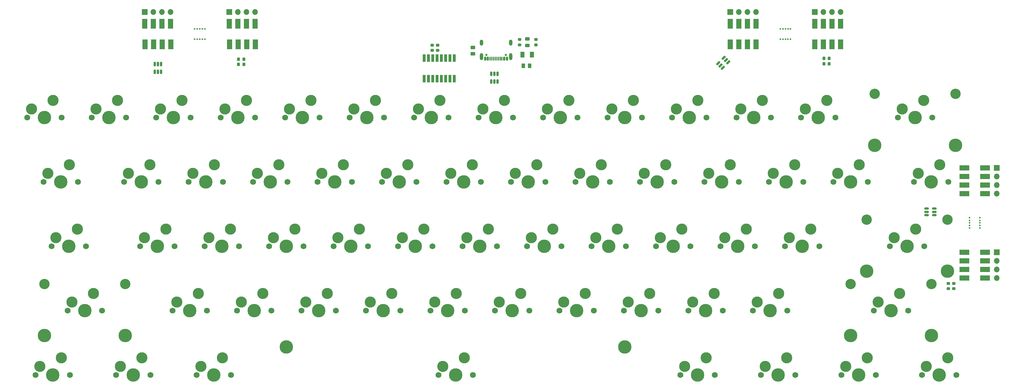
<source format=gts>
G04 #@! TF.GenerationSoftware,KiCad,Pcbnew,8.0.4*
G04 #@! TF.CreationDate,2025-02-27T13:51:43-05:00*
G04 #@! TF.ProjectId,CustomKeyboard,43757374-6f6d-44b6-9579-626f6172642e,rev?*
G04 #@! TF.SameCoordinates,Original*
G04 #@! TF.FileFunction,Soldermask,Top*
G04 #@! TF.FilePolarity,Negative*
%FSLAX46Y46*%
G04 Gerber Fmt 4.6, Leading zero omitted, Abs format (unit mm)*
G04 Created by KiCad (PCBNEW 8.0.4) date 2025-02-27 13:51:43*
%MOMM*%
%LPD*%
G01*
G04 APERTURE LIST*
G04 Aperture macros list*
%AMRoundRect*
0 Rectangle with rounded corners*
0 $1 Rounding radius*
0 $2 $3 $4 $5 $6 $7 $8 $9 X,Y pos of 4 corners*
0 Add a 4 corners polygon primitive as box body*
4,1,4,$2,$3,$4,$5,$6,$7,$8,$9,$2,$3,0*
0 Add four circle primitives for the rounded corners*
1,1,$1+$1,$2,$3*
1,1,$1+$1,$4,$5*
1,1,$1+$1,$6,$7*
1,1,$1+$1,$8,$9*
0 Add four rect primitives between the rounded corners*
20,1,$1+$1,$2,$3,$4,$5,0*
20,1,$1+$1,$4,$5,$6,$7,0*
20,1,$1+$1,$6,$7,$8,$9,0*
20,1,$1+$1,$8,$9,$2,$3,0*%
G04 Aperture macros list end*
%ADD10R,3.000000X1.500000*%
%ADD11R,1.500000X3.000000*%
%ADD12RoundRect,0.150000X-0.150000X0.512500X-0.150000X-0.512500X0.150000X-0.512500X0.150000X0.512500X0*%
%ADD13RoundRect,0.150000X0.512500X0.150000X-0.512500X0.150000X-0.512500X-0.150000X0.512500X-0.150000X0*%
%ADD14RoundRect,0.150000X0.256326X0.468458X-0.468458X-0.256326X-0.256326X-0.468458X0.468458X0.256326X0*%
%ADD15RoundRect,0.250000X-0.375000X-0.625000X0.375000X-0.625000X0.375000X0.625000X-0.375000X0.625000X0*%
%ADD16O,1.700000X1.700000*%
%ADD17R,1.700000X1.700000*%
%ADD18RoundRect,0.225000X0.250000X-0.225000X0.250000X0.225000X-0.250000X0.225000X-0.250000X-0.225000X0*%
%ADD19RoundRect,0.200000X-0.275000X0.200000X-0.275000X-0.200000X0.275000X-0.200000X0.275000X0.200000X0*%
%ADD20RoundRect,0.102000X-0.330200X-1.016000X0.330200X-1.016000X0.330200X1.016000X-0.330200X1.016000X0*%
%ADD21C,3.048000*%
%ADD22C,3.987800*%
%ADD23C,0.500000*%
%ADD24O,1.000000X1.800000*%
%ADD25O,1.000000X2.100000*%
%ADD26RoundRect,0.150000X0.150000X0.425000X-0.150000X0.425000X-0.150000X-0.425000X0.150000X-0.425000X0*%
%ADD27RoundRect,0.075000X0.075000X0.500000X-0.075000X0.500000X-0.075000X-0.500000X0.075000X-0.500000X0*%
%ADD28C,0.650000*%
%ADD29RoundRect,0.250000X-0.450000X0.262500X-0.450000X-0.262500X0.450000X-0.262500X0.450000X0.262500X0*%
%ADD30RoundRect,0.225000X-0.250000X0.225000X-0.250000X-0.225000X0.250000X-0.225000X0.250000X0.225000X0*%
%ADD31RoundRect,0.225000X-0.225000X-0.250000X0.225000X-0.250000X0.225000X0.250000X-0.225000X0.250000X0*%
%ADD32RoundRect,0.150000X0.150000X-0.512500X0.150000X0.512500X-0.150000X0.512500X-0.150000X-0.512500X0*%
%ADD33RoundRect,0.243750X0.456250X-0.243750X0.456250X0.243750X-0.456250X0.243750X-0.456250X-0.243750X0*%
%ADD34RoundRect,0.250000X0.262500X0.450000X-0.262500X0.450000X-0.262500X-0.450000X0.262500X-0.450000X0*%
%ADD35C,3.300000*%
%ADD36C,1.750000*%
G04 APERTURE END LIST*
D10*
X338500000Y-108690000D03*
X338500000Y-111229999D03*
X338500000Y-113770001D03*
X338500000Y-116310000D03*
X338500000Y-83690000D03*
X338500000Y-86229999D03*
X338500000Y-88770001D03*
X338500000Y-91310000D03*
D11*
X288189999Y-41000000D03*
X290729998Y-41000000D03*
X293270000Y-41000000D03*
X295809999Y-41000000D03*
X263189999Y-40999999D03*
X265729998Y-40999999D03*
X268270000Y-40999999D03*
X270809999Y-40999999D03*
D12*
X95062499Y-55237500D03*
X94112500Y-55237500D03*
X93162501Y-55237500D03*
X93162501Y-52962500D03*
X94112500Y-52962500D03*
X95062499Y-52962500D03*
D13*
X323487500Y-97662499D03*
X323487500Y-96712500D03*
X323487500Y-95762501D03*
X321212500Y-95762501D03*
X321212500Y-96712500D03*
X321212500Y-97662499D03*
D14*
X261017417Y-54076085D03*
X260345666Y-53404334D03*
X259673915Y-52732583D03*
X261282583Y-51123915D03*
X261954334Y-51795666D03*
X262626085Y-52467417D03*
D15*
X201800000Y-50200000D03*
X204600000Y-50200000D03*
D16*
X122819999Y-37600000D03*
X120279998Y-37600000D03*
X117739999Y-37600000D03*
D17*
X115199999Y-37600000D03*
D18*
X175150000Y-48925000D03*
X175150000Y-47375000D03*
D17*
X341900000Y-108700000D03*
D16*
X341900000Y-111240000D03*
X341900000Y-113780000D03*
X341900000Y-116320000D03*
D19*
X201000000Y-45675000D03*
X201000000Y-47325000D03*
D10*
X332400000Y-91310000D03*
X332400000Y-86230000D03*
X332400000Y-88770000D03*
X332400000Y-83690000D03*
D20*
X172804999Y-57323400D03*
X174075000Y-57323400D03*
X175345001Y-57323400D03*
X176615000Y-57323400D03*
X177885000Y-57323400D03*
X179154999Y-57323400D03*
X180425000Y-57323400D03*
X181695001Y-57323400D03*
X181695001Y-51176600D03*
X180425000Y-51176600D03*
X179154999Y-51176600D03*
X177885000Y-51176600D03*
X176615000Y-51176600D03*
X175345001Y-51176600D03*
X174075000Y-51176600D03*
X172804999Y-51176600D03*
D11*
X295810000Y-47100000D03*
X290730000Y-47100000D03*
X293270000Y-47100000D03*
X288190000Y-47100000D03*
D21*
X303474500Y-99060050D03*
D22*
X303474500Y-114270050D03*
D21*
X327350500Y-99060050D03*
D22*
X327350500Y-114270050D03*
D17*
X263199998Y-37600000D03*
D16*
X265739998Y-37600000D03*
X268279997Y-37600000D03*
X270819998Y-37600000D03*
D23*
X333900000Y-101512000D03*
X336900000Y-101512000D03*
X336900000Y-100762000D03*
X333900000Y-100750000D03*
X333900000Y-100000000D03*
X336900000Y-100000000D03*
X333900000Y-99250000D03*
X336900000Y-99250000D03*
X333900000Y-98476000D03*
X336900000Y-98476000D03*
X108012000Y-45600000D03*
X108012000Y-42600000D03*
X107262000Y-42600000D03*
X107250000Y-45600000D03*
X106500000Y-45600000D03*
X106500000Y-42600000D03*
X105750000Y-45600000D03*
X105750000Y-42600000D03*
X104976000Y-45600000D03*
X104976000Y-42600000D03*
D24*
X189680000Y-46625000D03*
D25*
X189680000Y-50805000D03*
D24*
X198320000Y-46625000D03*
D25*
X198320000Y-50805000D03*
D26*
X197200000Y-51380000D03*
X196400000Y-51380000D03*
D27*
X195750000Y-51380000D03*
X194750000Y-51380000D03*
X193250000Y-51380000D03*
X192250000Y-51380000D03*
D26*
X191600000Y-51380000D03*
X190800000Y-51380000D03*
X190800000Y-51380000D03*
X191600000Y-51380000D03*
D27*
X192750000Y-51379999D03*
X193750000Y-51380000D03*
X194250000Y-51380000D03*
X195250000Y-51379999D03*
D26*
X196400000Y-51380000D03*
X197200000Y-51380000D03*
D28*
X191110000Y-50305000D03*
X196890000Y-50305000D03*
D11*
X122910000Y-47100000D03*
X117830000Y-47100000D03*
X120370000Y-47100000D03*
X115290000Y-47100000D03*
D21*
X305855750Y-61815000D03*
D22*
X305855750Y-77025000D03*
D21*
X329731750Y-61815000D03*
D22*
X329731750Y-77025000D03*
D29*
X187200000Y-48087500D03*
X187200000Y-49912500D03*
D30*
X329200000Y-117900000D03*
X329200000Y-119450000D03*
D31*
X117925000Y-51500000D03*
X119475000Y-51500000D03*
D10*
X332400000Y-116310000D03*
X332400000Y-111230000D03*
X332400000Y-113770000D03*
X332400000Y-108690000D03*
D32*
X192550002Y-58137500D03*
X193500001Y-58137500D03*
X194450000Y-58137500D03*
X194450000Y-55862500D03*
X193500001Y-55862500D03*
X192550002Y-55862500D03*
D33*
X203250000Y-47437501D03*
X203250000Y-45562499D03*
D30*
X205750000Y-45725000D03*
X205750000Y-47275000D03*
D16*
X295819998Y-37600000D03*
X293279997Y-37600000D03*
X290739998Y-37600000D03*
D17*
X288199998Y-37600000D03*
D31*
X290850000Y-51250000D03*
X292400000Y-51250000D03*
D11*
X97910000Y-47100000D03*
X92830000Y-47100000D03*
X95370000Y-47100000D03*
X90290000Y-47100000D03*
D18*
X176750000Y-48925000D03*
X176750000Y-47375000D03*
D21*
X298712000Y-118110050D03*
D22*
X298712000Y-133320050D03*
D21*
X322588000Y-118110050D03*
D22*
X322588000Y-133320050D03*
X232068750Y-136745000D03*
X132056250Y-136745000D03*
D30*
X327600000Y-117900000D03*
X327600000Y-119450000D03*
D31*
X117925000Y-53100000D03*
X119475000Y-53100000D03*
D17*
X341900000Y-83700000D03*
D16*
X341900000Y-86240000D03*
X341900000Y-88780000D03*
X341900000Y-91320000D03*
D21*
X60587000Y-118110050D03*
D22*
X60587000Y-133320050D03*
D21*
X84463000Y-118110050D03*
D22*
X84463000Y-133320050D03*
D31*
X290850000Y-52850000D03*
X292400000Y-52850000D03*
D11*
X270810000Y-47100000D03*
X265730000Y-47100000D03*
X268270000Y-47100000D03*
X263190000Y-47100000D03*
D17*
X90199999Y-37600000D03*
D16*
X92739999Y-37600000D03*
X95279998Y-37600000D03*
X97819999Y-37600000D03*
D23*
X281012000Y-45600000D03*
X281012000Y-42600000D03*
X280262000Y-42600000D03*
X280250000Y-45600000D03*
X279500000Y-45600000D03*
X279500000Y-42600000D03*
X278750000Y-45600000D03*
X278750000Y-42600000D03*
X277976000Y-45600000D03*
X277976000Y-42600000D03*
D34*
X203912500Y-53500000D03*
X202087500Y-53500000D03*
D35*
X125071250Y-120870000D03*
X118721250Y-123410000D03*
D36*
X117451250Y-125950000D03*
D22*
X122531250Y-125950000D03*
D36*
X127611250Y-125950000D03*
D35*
X272708750Y-63720000D03*
X266358750Y-66260000D03*
D36*
X265088750Y-68800000D03*
D22*
X270168750Y-68800000D03*
D36*
X275248750Y-68800000D03*
D35*
X301283750Y-82770000D03*
X294933750Y-85310000D03*
D36*
X293663750Y-87850000D03*
D22*
X298743750Y-87850000D03*
D36*
X303823750Y-87850000D03*
D35*
X184602500Y-139920000D03*
X178252500Y-142460000D03*
D36*
X176982500Y-145000000D03*
D22*
X182062500Y-145000000D03*
D36*
X187142500Y-145000000D03*
D35*
X144121250Y-120870000D03*
X137771250Y-123410000D03*
D36*
X136501250Y-125950000D03*
D22*
X141581250Y-125950000D03*
D36*
X146661250Y-125950000D03*
D35*
X225083750Y-82770000D03*
X218733750Y-85310000D03*
D36*
X217463750Y-87850000D03*
D22*
X222543750Y-87850000D03*
D36*
X227623750Y-87850000D03*
D35*
X191746250Y-101820000D03*
X185396250Y-104360000D03*
D36*
X184126250Y-106900000D03*
D22*
X189206250Y-106900000D03*
D36*
X194286250Y-106900000D03*
D35*
X258421250Y-120870000D03*
X252071250Y-123410000D03*
D36*
X250801250Y-125950000D03*
D22*
X255881250Y-125950000D03*
D36*
X260961250Y-125950000D03*
D35*
X320333750Y-63720000D03*
X313983750Y-66260000D03*
D36*
X312713750Y-68800000D03*
D22*
X317793750Y-68800000D03*
D36*
X322873750Y-68800000D03*
D35*
X167933750Y-82770000D03*
X161583750Y-85310000D03*
D36*
X160313750Y-87850000D03*
D22*
X165393750Y-87850000D03*
D36*
X170473750Y-87850000D03*
D35*
X129833750Y-82770000D03*
X123483750Y-85310000D03*
D36*
X122213750Y-87850000D03*
D22*
X127293750Y-87850000D03*
D36*
X132373750Y-87850000D03*
D35*
X186983750Y-82770000D03*
X180633750Y-85310000D03*
D36*
X179363750Y-87850000D03*
D22*
X184443750Y-87850000D03*
D36*
X189523750Y-87850000D03*
D35*
X286996250Y-101820000D03*
X280646250Y-104360000D03*
D36*
X279376250Y-106900000D03*
D22*
X284456250Y-106900000D03*
D36*
X289536250Y-106900000D03*
D35*
X172696250Y-101820000D03*
X166346250Y-104360000D03*
D36*
X165076250Y-106900000D03*
D22*
X170156250Y-106900000D03*
D36*
X175236250Y-106900000D03*
D35*
X96496250Y-101820000D03*
X90146250Y-104360000D03*
D36*
X88876250Y-106900000D03*
D22*
X93956250Y-106900000D03*
D36*
X99036250Y-106900000D03*
D35*
X120308750Y-63720000D03*
X113958750Y-66260000D03*
D36*
X112688750Y-68800000D03*
D22*
X117768750Y-68800000D03*
D36*
X122848750Y-68800000D03*
D35*
X82208750Y-63720000D03*
X75858750Y-66260000D03*
D36*
X74588750Y-68800000D03*
D22*
X79668750Y-68800000D03*
D36*
X84748750Y-68800000D03*
D35*
X277471250Y-120870000D03*
X271121250Y-123410000D03*
D36*
X269851250Y-125950000D03*
D22*
X274931250Y-125950000D03*
D36*
X280011250Y-125950000D03*
D35*
X206033750Y-82770000D03*
X199683750Y-85310000D03*
D36*
X198413750Y-87850000D03*
D22*
X203493750Y-87850000D03*
D36*
X208573750Y-87850000D03*
D35*
X158408750Y-63720000D03*
X152058750Y-66260000D03*
D36*
X150788750Y-68800000D03*
D22*
X155868750Y-68800000D03*
D36*
X160948750Y-68800000D03*
D35*
X325096250Y-82770000D03*
X318746250Y-85310000D03*
D36*
X317476250Y-87850000D03*
D22*
X322556250Y-87850000D03*
D36*
X327636250Y-87850000D03*
D35*
X65540000Y-139920000D03*
X59190000Y-142460000D03*
D36*
X57920000Y-145000000D03*
D22*
X63000000Y-145000000D03*
D36*
X68080000Y-145000000D03*
D35*
X101258750Y-63720000D03*
X94908750Y-66260000D03*
D36*
X93638750Y-68800000D03*
D22*
X98718750Y-68800000D03*
D36*
X103798750Y-68800000D03*
D35*
X279852500Y-139920000D03*
X273502500Y-142460000D03*
D36*
X272232500Y-145000000D03*
D22*
X277312500Y-145000000D03*
D36*
X282392500Y-145000000D03*
D35*
X303665000Y-139920000D03*
X297315000Y-142460000D03*
D36*
X296045000Y-145000000D03*
D22*
X301125000Y-145000000D03*
D36*
X306205000Y-145000000D03*
D35*
X291758750Y-63720000D03*
X285408750Y-66260000D03*
D36*
X284138750Y-68800000D03*
D22*
X289218750Y-68800000D03*
D36*
X294298750Y-68800000D03*
D35*
X196508750Y-63720000D03*
X190158750Y-66260000D03*
D36*
X188888750Y-68800000D03*
D22*
X193968750Y-68800000D03*
D36*
X199048750Y-68800000D03*
D35*
X75065000Y-120870000D03*
X68715000Y-123410000D03*
D36*
X67445000Y-125950000D03*
D22*
X72525000Y-125950000D03*
D36*
X77605000Y-125950000D03*
D35*
X113165000Y-139920000D03*
X106815000Y-142460000D03*
D36*
X105545000Y-145000000D03*
D22*
X110625000Y-145000000D03*
D36*
X115705000Y-145000000D03*
D35*
X263183750Y-82770000D03*
X256833750Y-85310000D03*
D36*
X255563750Y-87850000D03*
D22*
X260643750Y-87850000D03*
D36*
X265723750Y-87850000D03*
D35*
X89352500Y-139920000D03*
X83002500Y-142460000D03*
D36*
X81732500Y-145000000D03*
D22*
X86812500Y-145000000D03*
D36*
X91892500Y-145000000D03*
D35*
X267946250Y-101820000D03*
X261596250Y-104360000D03*
D36*
X260326250Y-106900000D03*
D22*
X265406250Y-106900000D03*
D36*
X270486250Y-106900000D03*
D35*
X91733750Y-82770000D03*
X85383750Y-85310000D03*
D36*
X84113750Y-87850000D03*
D22*
X89193750Y-87850000D03*
D36*
X94273750Y-87850000D03*
D35*
X248896250Y-101820000D03*
X242546250Y-104360000D03*
D36*
X241276250Y-106900000D03*
D22*
X246356250Y-106900000D03*
D36*
X251436250Y-106900000D03*
D35*
X282233750Y-82770000D03*
X275883750Y-85310000D03*
D36*
X274613750Y-87850000D03*
D22*
X279693750Y-87850000D03*
D36*
X284773750Y-87850000D03*
D35*
X215558750Y-63720000D03*
X209208750Y-66260000D03*
D36*
X207938750Y-68800000D03*
D22*
X213018750Y-68800000D03*
D36*
X218098750Y-68800000D03*
D35*
X317952500Y-101820000D03*
X311602500Y-104360000D03*
D36*
X310332500Y-106900000D03*
D22*
X315412500Y-106900000D03*
D36*
X320492500Y-106900000D03*
D35*
X153646250Y-101820000D03*
X147296250Y-104360000D03*
D36*
X146026250Y-106900000D03*
D22*
X151106250Y-106900000D03*
D36*
X156186250Y-106900000D03*
D35*
X182221250Y-120870000D03*
X175871250Y-123410000D03*
D36*
X174601250Y-125950000D03*
D22*
X179681250Y-125950000D03*
D36*
X184761250Y-125950000D03*
D35*
X220321250Y-120870000D03*
X213971250Y-123410000D03*
D36*
X212701250Y-125950000D03*
D22*
X217781250Y-125950000D03*
D36*
X222861250Y-125950000D03*
D35*
X70302500Y-101820000D03*
X63952500Y-104360000D03*
D36*
X62682500Y-106900000D03*
D22*
X67762500Y-106900000D03*
D36*
X72842500Y-106900000D03*
D35*
X210796250Y-101820000D03*
X204446250Y-104360000D03*
D36*
X203176250Y-106900000D03*
D22*
X208256250Y-106900000D03*
D36*
X213336250Y-106900000D03*
D35*
X115546250Y-101820000D03*
X109196250Y-104360000D03*
D36*
X107926250Y-106900000D03*
D22*
X113006250Y-106900000D03*
D36*
X118086250Y-106900000D03*
D35*
X253658750Y-63720000D03*
X247308750Y-66260000D03*
D36*
X246038750Y-68800000D03*
D22*
X251118750Y-68800000D03*
D36*
X256198750Y-68800000D03*
D35*
X234608750Y-63720000D03*
X228258750Y-66260000D03*
D36*
X226988750Y-68800000D03*
D22*
X232068750Y-68800000D03*
D36*
X237148750Y-68800000D03*
D35*
X67921250Y-82770000D03*
X61571250Y-85310000D03*
D36*
X60301250Y-87850000D03*
D22*
X65381250Y-87850000D03*
D36*
X70461250Y-87850000D03*
D35*
X327477500Y-139920000D03*
X321127500Y-142460000D03*
D36*
X319857500Y-145000000D03*
D22*
X324937500Y-145000000D03*
D36*
X330017500Y-145000000D03*
D35*
X106021250Y-120870000D03*
X99671250Y-123410000D03*
D36*
X98401250Y-125950000D03*
D22*
X103481250Y-125950000D03*
D36*
X108561250Y-125950000D03*
D35*
X110783750Y-82770000D03*
X104433750Y-85310000D03*
D36*
X103163750Y-87850000D03*
D22*
X108243750Y-87850000D03*
D36*
X113323750Y-87850000D03*
D35*
X177458750Y-63720000D03*
X171108750Y-66260000D03*
D36*
X169838750Y-68800000D03*
D22*
X174918750Y-68800000D03*
D36*
X179998750Y-68800000D03*
D35*
X201271250Y-120870000D03*
X194921250Y-123410000D03*
D36*
X193651250Y-125950000D03*
D22*
X198731250Y-125950000D03*
D36*
X203811250Y-125950000D03*
D35*
X134596250Y-101820000D03*
X128246250Y-104360000D03*
D36*
X126976250Y-106900000D03*
D22*
X132056250Y-106900000D03*
D36*
X137136250Y-106900000D03*
D35*
X244133750Y-82770000D03*
X237783750Y-85310000D03*
D36*
X236513750Y-87850000D03*
D22*
X241593750Y-87850000D03*
D36*
X246673750Y-87850000D03*
D35*
X139358750Y-63720000D03*
X133008750Y-66260000D03*
D36*
X131738750Y-68800000D03*
D22*
X136818750Y-68800000D03*
D36*
X141898750Y-68800000D03*
D35*
X163171250Y-120870000D03*
X156821250Y-123410000D03*
D36*
X155551250Y-125950000D03*
D22*
X160631250Y-125950000D03*
D36*
X165711250Y-125950000D03*
D35*
X256040000Y-139920000D03*
X249690000Y-142460000D03*
D36*
X248420000Y-145000000D03*
D22*
X253500000Y-145000000D03*
D36*
X258580000Y-145000000D03*
D35*
X148883750Y-82770000D03*
X142533750Y-85310000D03*
D36*
X141263750Y-87850000D03*
D22*
X146343750Y-87850000D03*
D36*
X151423750Y-87850000D03*
D35*
X63158750Y-63720000D03*
X56808750Y-66260000D03*
D36*
X55538750Y-68800000D03*
D22*
X60618750Y-68800000D03*
D36*
X65698750Y-68800000D03*
D35*
X229846250Y-101820000D03*
X223496250Y-104360000D03*
D36*
X222226250Y-106900000D03*
D22*
X227306250Y-106900000D03*
D36*
X232386250Y-106900000D03*
D35*
X313190000Y-120870000D03*
X306840000Y-123410000D03*
D36*
X305570000Y-125950000D03*
D22*
X310650000Y-125950000D03*
D36*
X315730000Y-125950000D03*
D35*
X239371250Y-120870000D03*
X233021250Y-123410000D03*
D36*
X231751250Y-125950000D03*
D22*
X236831250Y-125950000D03*
D36*
X241911250Y-125950000D03*
D11*
X115189998Y-41000000D03*
X120269999Y-41000000D03*
X117729997Y-41000000D03*
X122809998Y-41000000D03*
X90189998Y-40999999D03*
X95269999Y-40999999D03*
X92729997Y-40999999D03*
X97809998Y-40999999D03*
M02*

</source>
